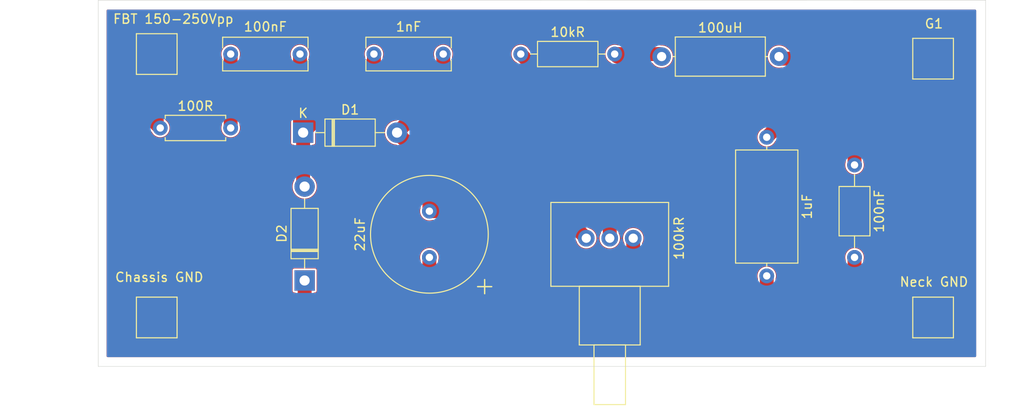
<source format=kicad_pcb>
(kicad_pcb (version 20240108) (generator "pcbnew") (generator_version "8.0")
  (layers (0 "F.Cu" signal) (31 "B.Cu" signal) (34 "B.Paste" user) (35 "F.Paste" user) (36 "B.SilkS" user "B.Silkscreen") (37 "F.SilkS" user "F.Silkscreen") (38 "B.Mask" user) (39 "F.Mask" user) (44 "Edge.Cuts" user))
  (net 0 "")
  (net 1 "def")
  (net 2 "GND")
  (footprint "Diode_THT:D_DO-41_SOD81_P10.16mm_Horizontal" (layer "F.Cu") (at 36.048 44.26 90)
    (property "Reference" "D2" (at 5.08 -2.47 90) (layer "F.SilkS"))
    (property "Value" "D_DO-41_SOD81_P10.16mm_Horizontal")
    (fp_line (start 7.8 -1.47) (end 2.36 -1.47) (stroke (width 0.12)) (layer "F.SilkS"))
    (fp_line (start 3.38 -1.47) (end 3.38 1.47) (stroke (width 0.12)) (layer "F.SilkS"))
    (fp_line (start 3.26 -1.47) (end 3.26 1.47) (stroke (width 0.12)) (layer "F.SilkS"))
    (fp_line (start 3.14 -1.47) (end 3.14 1.47) (stroke (width 0.12)) (layer "F.SilkS"))
    (fp_line (start 2.36 -1.47) (end 2.36 1.47) (stroke (width 0.12)) (layer "F.SilkS"))
    (fp_line (start 8.82 0) (end 7.8 0) (stroke (width 0.12)) (layer "F.SilkS"))
    (fp_line (start 1.34 0) (end 2.36 0) (stroke (width 0.12)) (layer "F.SilkS"))
    (fp_line (start 7.8 1.47) (end 7.8 -1.47) (stroke (width 0.12)) (layer "F.SilkS"))
    (fp_line (start 2.36 1.47) (end 7.8 1.47) (stroke (width 0.12)) (layer "F.SilkS"))
    (pad "1" thru_hole rect (at 0 0 90) (size 2.2 2.2) (drill 1.1) (layers "*.Cu" "*.Mask") (net 1 "def"))
    (pad "2" thru_hole oval (at 10.16 0 90) (size 2.2 2.2) (drill 1.1) (layers "*.Cu" "*.Mask") (net 1 "def"))
  )
  (footprint "Capacitor_THT:C_Rect_L9.0mm_W3.4mm_P7.50mm_MKT" (layer "F.Cu") (at 43.548 19.76)
    (property "Reference" "1nF" (at 3.75 -2.95 0) (layer "F.SilkS"))
    (property "Value" "C_Rect_L9.0mm_W3.4mm_P7.50mm_MKT")
    (fp_line (start -0.87 -1.82) (end -0.87 -0.665) (stroke (width 0.12)) (layer "F.SilkS"))
    (fp_line (start -0.87 -1.82) (end 8.37 -1.82) (stroke (width 0.12)) (layer "F.SilkS"))
    (fp_line (start -0.87 0.665) (end -0.87 1.82) (stroke (width 0.12)) (layer "F.SilkS"))
    (fp_line (start -0.87 1.82) (end 8.37 1.82) (stroke (width 0.12)) (layer "F.SilkS"))
    (fp_line (start 8.37 -1.82) (end 8.37 -0.665) (stroke (width 0.12)) (layer "F.SilkS"))
    (fp_line (start 8.37 0.665) (end 8.37 1.82) (stroke (width 0.12)) (layer "F.SilkS"))
    (pad "1" thru_hole circle (at 0 0) (size 1.6 1.6) (drill 0.8) (layers "*.Cu" "*.Mask") (net 1 "def"))
    (pad "2" thru_hole circle (at 7.5 0) (size 1.6 1.6) (drill 0.8) (layers "*.Cu" "*.Mask") (net 1 "def"))
  )
  (footprint "TestPoint:TestPoint_Pad_4.0x4.0mm" (layer "F.Cu") (at 104.048 20.26)
    (property "Reference" "G1" (at 0.092 -3.784 0) (layer "F.SilkS"))
    (property "Value" "TestPoint_Pad_4.0x4.0mm")
    (fp_line (start -2.2 -2.2) (end 2.2 -2.2) (stroke (width 0.12)) (layer "F.SilkS"))
    (fp_line (start -2.2 2.2) (end -2.2 -2.2) (stroke (width 0.12)) (layer "F.SilkS"))
    (fp_line (start 2.2 -2.2) (end 2.2 2.2) (stroke (width 0.12)) (layer "F.SilkS"))
    (fp_line (start 2.2 2.2) (end -2.2 2.2) (stroke (width 0.12)) (layer "F.SilkS"))
    (pad "1" smd rect (at 0 0) (size 4 4) (layers "F.Cu" "F.Mask") (net 1 "def"))
  )
  (footprint "TestPoint:TestPoint_Pad_4.0x4.0mm" (layer "F.Cu") (at 104.048 48.26)
    (property "Reference" "Neck GND" (at 0.092 -3.844 0) (layer "F.SilkS"))
    (property "Value" "TestPoint_Pad_4.0x4.0mm")
    (fp_line (start -2.2 -2.2) (end 2.2 -2.2) (stroke (width 0.12)) (layer "F.SilkS"))
    (fp_line (start -2.2 2.2) (end -2.2 -2.2) (stroke (width 0.12)) (layer "F.SilkS"))
    (fp_line (start 2.2 -2.2) (end 2.2 2.2) (stroke (width 0.12)) (layer "F.SilkS"))
    (fp_line (start 2.2 2.2) (end -2.2 2.2) (stroke (width 0.12)) (layer "F.SilkS"))
    (pad "1" smd rect (at 0 0) (size 4 4) (layers "F.Cu" "F.Mask") (net 1 "def"))
  )
  (footprint "Inductor_THT:L_Axial_L9.5mm_D4.0mm_P12.70mm_Horizontal_Fastron_SMCC" (layer "F.Cu") (at 74.676 20.032)
    (property "Reference" "100uH" (at 6.35 -3.12 0) (layer "F.SilkS"))
    (property "Value" "L_Axial_L9.5mm_D4.0mm_P12.70mm_Horizontal_Fastron_SMCC")
    (fp_line (start 1.24 0) (end 1.48 0) (stroke (width 0.12)) (layer "F.SilkS"))
    (fp_line (start 1.48 -2.12) (end 1.48 2.12) (stroke (width 0.12)) (layer "F.SilkS"))
    (fp_line (start 1.48 2.12) (end 11.22 2.12) (stroke (width 0.12)) (layer "F.SilkS"))
    (fp_line (start 11.22 -2.12) (end 1.48 -2.12) (stroke (width 0.12)) (layer "F.SilkS"))
    (fp_line (start 11.22 2.12) (end 11.22 -2.12) (stroke (width 0.12)) (layer "F.SilkS"))
    (fp_line (start 11.46 0) (end 11.22 0) (stroke (width 0.12)) (layer "F.SilkS"))
    (pad "1" thru_hole circle (at 0 0) (size 2 2) (drill 1) (layers "*.Cu" "*.Mask") (net 1 "def"))
    (pad "2" thru_hole oval (at 12.7 0) (size 2 2) (drill 1) (layers "*.Cu" "*.Mask") (net 1 "def"))
  )
  (footprint "Diode_THT:D_DO-41_SOD81_P10.16mm_Horizontal" (layer "F.Cu") (at 35.888 28.26)
    (property "Reference" "D1" (at 5.08 -2.47 0) (layer "F.SilkS"))
    (property "Value" "D_DO-41_SOD81_P10.16mm_Horizontal")
    (fp_line (start 1.34 0) (end 2.36 0) (stroke (width 0.12)) (layer "F.SilkS"))
    (fp_line (start 2.36 -1.47) (end 2.36 1.47) (stroke (width 0.12)) (layer "F.SilkS"))
    (fp_line (start 2.36 1.47) (end 7.8 1.47) (stroke (width 0.12)) (layer "F.SilkS"))
    (fp_line (start 3.14 -1.47) (end 3.14 1.47) (stroke (width 0.12)) (layer "F.SilkS"))
    (fp_line (start 3.26 -1.47) (end 3.26 1.47) (stroke (width 0.12)) (layer "F.SilkS"))
    (fp_line (start 3.38 -1.47) (end 3.38 1.47) (stroke (width 0.12)) (layer "F.SilkS"))
    (fp_line (start 7.8 -1.47) (end 2.36 -1.47) (stroke (width 0.12)) (layer "F.SilkS"))
    (fp_line (start 7.8 1.47) (end 7.8 -1.47) (stroke (width 0.12)) (layer "F.SilkS"))
    (fp_line (start 8.82 0) (end 7.8 0) (stroke (width 0.12)) (layer "F.SilkS"))
    (fp_text user "K" (at 0 -2.1 0) (layer "F.SilkS"))
    (pad "1" thru_hole rect (at 0 0) (size 2.2 2.2) (drill 1.1) (layers "*.Cu" "*.Mask") (net 1 "def"))
    (pad "2" thru_hole oval (at 10.16 0) (size 2.2 2.2) (drill 1.1) (layers "*.Cu" "*.Mask") (net 1 "def"))
  )
  (footprint "Potentiometer_THT:Potentiometer_Vishay_148-149_Single_Horizontal" (layer "F.Cu") (at 66.523 39.685 -90)
    (property "Reference" "100kR" (at 0 -10.04 90) (layer "F.SilkS"))
    (property "Value" "Potentiometer_Vishay_148-149_Single_Horizontal")
    (fp_line (start -3.87 3.83) (end 5.2 3.83) (stroke (width 0.12)) (layer "F.SilkS"))
    (fp_line (start 5.2 0.755) (end 11.55 0.755) (stroke (width 0.12)) (layer "F.SilkS"))
    (fp_line (start 11.55 -0.835) (end 18 -0.835) (stroke (width 0.12)) (layer "F.SilkS"))
    (fp_line (start 11.55 -4.244) (end 11.55 -0.835) (stroke (width 0.12)) (layer "F.SilkS"))
    (fp_line (start 11.55 -4.244) (end 18 -4.244) (stroke (width 0.12)) (layer "F.SilkS"))
    (fp_line (start 18 -4.244) (end 18 -0.835) (stroke (width 0.12)) (layer "F.SilkS"))
    (fp_line (start 5.2 -5.835) (end 5.2 0.755) (stroke (width 0.12)) (layer "F.SilkS"))
    (fp_line (start 5.2 -5.835) (end 11.55 -5.835) (stroke (width 0.12)) (layer "F.SilkS"))
    (fp_line (start 11.55 -5.835) (end 11.55 0.755) (stroke (width 0.12)) (layer "F.SilkS"))
    (fp_line (start -3.87 -8.91) (end -3.87 3.83) (stroke (width 0.12)) (layer "F.SilkS"))
    (fp_line (start -3.87 -8.91) (end 5.2 -8.91) (stroke (width 0.12)) (layer "F.SilkS"))
    (fp_line (start 5.2 -8.91) (end 5.2 3.83) (stroke (width 0.12)) (layer "F.SilkS"))
    (pad "1" thru_hole circle (at 0 0 270) (size 1.8 1.8) (drill 1) (layers "*.Cu" "*.Mask") (net 1 "def"))
    (pad "2" thru_hole circle (at 0 -2.54 270) (size 1.8 1.8) (drill 1) (layers "*.Cu" "*.Mask") (net 1 "def"))
    (pad "3" thru_hole circle (at 0 -5.08 270) (size 1.8 1.8) (drill 1) (layers "*.Cu" "*.Mask") (net 1 "def"))
  )
  (footprint "Resistor_THT:R_Axial_DIN0207_L6.3mm_D2.5mm_P10.16mm_Horizontal" (layer "F.Cu") (at 59.436 19.76)
    (property "Reference" "10kR" (at 5.08 -2.37 0) (layer "F.SilkS"))
    (property "Value" "R_Axial_DIN0207_L6.3mm_D2.5mm_P10.16mm_Horizontal")
    (fp_line (start 1.04 0) (end 1.81 0) (stroke (width 0.12)) (layer "F.SilkS"))
    (fp_line (start 1.81 -1.37) (end 1.81 1.37) (stroke (width 0.12)) (layer "F.SilkS"))
    (fp_line (start 1.81 1.37) (end 8.35 1.37) (stroke (width 0.12)) (layer "F.SilkS"))
    (fp_line (start 8.35 -1.37) (end 1.81 -1.37) (stroke (width 0.12)) (layer "F.SilkS"))
    (fp_line (start 8.35 1.37) (end 8.35 -1.37) (stroke (width 0.12)) (layer "F.SilkS"))
    (fp_line (start 9.12 0) (end 8.35 0) (stroke (width 0.12)) (layer "F.SilkS"))
    (pad "1" thru_hole circle (at 0 0) (size 1.6 1.6) (drill 0.8) (layers "*.Cu" "*.Mask") (net 1 "def"))
    (pad "2" thru_hole oval (at 10.16 0) (size 1.6 1.6) (drill 0.8) (layers "*.Cu" "*.Mask") (net 1 "def"))
  )
  (footprint "Resistor_THT:R_Axial_DIN0207_L6.3mm_D2.5mm_P7.62mm_Horizontal" (layer "F.Cu") (at 20.428 27.76)
    (property "Reference" "100R" (at 3.81 -2.37 0) (layer "F.SilkS"))
    (property "Value" "R_Axial_DIN0207_L6.3mm_D2.5mm_P7.62mm_Horizontal")
    (fp_line (start 0.54 -1.37) (end 7.08 -1.37) (stroke (width 0.12)) (layer "F.SilkS"))
    (fp_line (start 0.54 -1.04) (end 0.54 -1.37) (stroke (width 0.12)) (layer "F.SilkS"))
    (fp_line (start 0.54 1.04) (end 0.54 1.37) (stroke (width 0.12)) (layer "F.SilkS"))
    (fp_line (start 0.54 1.37) (end 7.08 1.37) (stroke (width 0.12)) (layer "F.SilkS"))
    (fp_line (start 7.08 -1.37) (end 7.08 -1.04) (stroke (width 0.12)) (layer "F.SilkS"))
    (fp_line (start 7.08 1.37) (end 7.08 1.04) (stroke (width 0.12)) (layer "F.SilkS"))
    (pad "1" thru_hole circle (at 0 0) (size 1.6 1.6) (drill 0.8) (layers "*.Cu" "*.Mask"))
    (pad "2" thru_hole oval (at 7.62 0) (size 1.6 1.6) (drill 0.8) (layers "*.Cu" "*.Mask"))
  )
  (footprint "TestPoint:TestPoint_Pad_4.0x4.0mm" (layer "F.Cu") (at 20.048 19.76)
    (property "Reference" "FBT 150-250Vpp" (at 1.796 -3.792 0) (layer "F.SilkS"))
    (property "Value" "TestPoint_Pad_4.0x4.0mm")
    (fp_line (start -2.2 -2.2) (end 2.2 -2.2) (stroke (width 0.12)) (layer "F.SilkS"))
    (fp_line (start -2.2 2.2) (end -2.2 -2.2) (stroke (width 0.12)) (layer "F.SilkS"))
    (fp_line (start 2.2 -2.2) (end 2.2 2.2) (stroke (width 0.12)) (layer "F.SilkS"))
    (fp_line (start 2.2 2.2) (end -2.2 2.2) (stroke (width 0.12)) (layer "F.SilkS"))
    (pad "1" smd rect (at 0 0) (size 4 4) (layers "F.Cu" "F.Mask"))
  )
  (footprint "Capacitor_THT:C_Axial_L12.0mm_D6.5mm_P15.00mm_Horizontal" (layer "F.Cu") (at 86.048 28.76 -90)
    (property "Reference" "1uF" (at 7.5 -4.37 90) (layer "F.SilkS"))
    (property "Value" "C_Axial_L12.0mm_D6.5mm_P15.00mm_Horizontal")
    (fp_line (start 1.38 3.37) (end 13.62 3.37) (stroke (width 0.12)) (layer "F.SilkS"))
    (fp_line (start 13.62 3.37) (end 13.62 -3.37) (stroke (width 0.12)) (layer "F.SilkS"))
    (fp_line (start 1.04 0) (end 1.38 0) (stroke (width 0.12)) (layer "F.SilkS"))
    (fp_line (start 13.96 0) (end 13.62 0) (stroke (width 0.12)) (layer "F.SilkS"))
    (fp_line (start 1.38 -3.37) (end 1.38 3.37) (stroke (width 0.12)) (layer "F.SilkS"))
    (fp_line (start 13.62 -3.37) (end 1.38 -3.37) (stroke (width 0.12)) (layer "F.SilkS"))
    (pad "1" thru_hole circle (at 0 0 270) (size 1.6 1.6) (drill 0.8) (layers "*.Cu" "*.Mask") (net 1 "def"))
    (pad "2" thru_hole oval (at 15 0 270) (size 1.6 1.6) (drill 0.8) (layers "*.Cu" "*.Mask") (net 1 "def"))
  )
  (footprint "Capacitor_THT:C_Axial_L5.1mm_D3.1mm_P10.00mm_Horizontal" (layer "F.Cu") (at 95.548 31.76 -90)
    (property "Reference" "100nF" (at 5 -2.67 90) (layer "F.SilkS"))
    (property "Value" "C_Axial_L5.1mm_D3.1mm_P10.00mm_Horizontal")
    (fp_line (start 2.33 1.67) (end 7.67 1.67) (stroke (width 0.12)) (layer "F.SilkS"))
    (fp_line (start 7.67 1.67) (end 7.67 -1.67) (stroke (width 0.12)) (layer "F.SilkS"))
    (fp_line (start 1.04 0) (end 2.33 0) (stroke (width 0.12)) (layer "F.SilkS"))
    (fp_line (start 8.96 0) (end 7.67 0) (stroke (width 0.12)) (layer "F.SilkS"))
    (fp_line (start 2.33 -1.67) (end 2.33 1.67) (stroke (width 0.12)) (layer "F.SilkS"))
    (fp_line (start 7.67 -1.67) (end 2.33 -1.67) (stroke (width 0.12)) (layer "F.SilkS"))
    (pad "1" thru_hole circle (at 0 0 270) (size 1.6 1.6) (drill 0.8) (layers "*.Cu" "*.Mask") (net 1 "def"))
    (pad "2" thru_hole oval (at 10 0 270) (size 1.6 1.6) (drill 0.8) (layers "*.Cu" "*.Mask") (net 1 "def"))
  )
  (footprint "Capacitor_THT:C_Radial_D12.5mm_H20.0mm_P5.00mm" (layer "F.Cu") (at 49.548 41.76 90)
    (property "Reference" "22uF" (at 2.5 -7.5 90) (layer "F.SilkS"))
    (property "Value" "C_Radial_D12.5mm_H20.0mm_P5.00mm")
    (fp_circle (center 2.5 0) (end 8.87 0) (stroke (width 0.12)) (fill none) (layer "F.SilkS"))
    (pad "1" thru_hole circle (at 0 0 90) (size 1.6 1.6) (drill 0.8) (layers "*.Cu" "*.Mask") (net 1 "def"))
    (pad "2" thru_hole circle (at 5 0 90) (size 1.6 1.6) (drill 0.8) (layers "*.Cu" "*.Mask") (net 1 "def"))
  )
  (footprint "TestPoint:TestPoint_Pad_4.0x4.0mm" (layer "F.Cu") (at 20.048 48.26)
    (property "Reference" "Chassis GND" (at 0.272 -4.352 0) (layer "F.SilkS"))
    (property "Value" "TestPoint_Pad_4.0x4.0mm")
    (fp_line (start -2.2 -2.2) (end 2.2 -2.2) (stroke (width 0.12)) (layer "F.SilkS"))
    (fp_line (start -2.2 2.2) (end -2.2 -2.2) (stroke (width 0.12)) (layer "F.SilkS"))
    (fp_line (start 2.2 -2.2) (end 2.2 2.2) (stroke (width 0.12)) (layer "F.SilkS"))
    (fp_line (start 2.2 2.2) (end -2.2 2.2) (stroke (width 0.12)) (layer "F.SilkS"))
    (pad "1" smd rect (at 0 0) (size 4 4) (layers "F.Cu" "F.Mask") (net 1 "def"))
  )
  (footprint "Capacitor_THT:C_Rect_L9.0mm_W3.4mm_P7.50mm_MKT" (layer "F.Cu") (at 28.048 19.76)
    (property "Reference" "100nF" (at 3.75 -2.95 0) (layer "F.SilkS"))
    (property "Value" "C_Rect_L9.0mm_W3.4mm_P7.50mm_MKT")
    (fp_line (start -0.87 -1.82) (end -0.87 -0.665) (stroke (width 0.12)) (layer "F.SilkS"))
    (fp_line (start -0.87 -1.82) (end 8.37 -1.82) (stroke (width 0.12)) (layer "F.SilkS"))
    (fp_line (start -0.87 0.665) (end -0.87 1.82) (stroke (width 0.12)) (layer "F.SilkS"))
    (fp_line (start -0.87 1.82) (end 8.37 1.82) (stroke (width 0.12)) (layer "F.SilkS"))
    (fp_line (start 8.37 -1.82) (end 8.37 -0.665) (stroke (width 0.12)) (layer "F.SilkS"))
    (fp_line (start 8.37 0.665) (end 8.37 1.82) (stroke (width 0.12)) (layer "F.SilkS"))
    (pad "1" thru_hole circle (at 0 0) (size 1.6 1.6) (drill 0.8) (layers "*.Cu" "*.Mask"))
    (pad "2" thru_hole circle (at 7.5 0) (size 1.6 1.6) (drill 0.8) (layers "*.Cu" "*.Mask") (net 1 "def"))
  )
  (gr_line (start 109.728 53.56) (end 13.716 53.56) (stroke (width 0.05)) (layer "Edge.Cuts"))
  (gr_line (start 13.716 13.948) (end 13.716 53.56) (stroke (width 0.05)) (layer "Edge.Cuts"))
  (gr_line (start 109.728 13.936) (end 109.728 53.56) (stroke (width 0.05)) (layer "Edge.Cuts"))
  (gr_line (start 13.716 13.948) (end 109.728 13.936) (stroke (width 0.05)) (layer "Edge.Cuts"))
  (gr_text "+" (at 55.372 44.924 90) (layer "F.SilkS") (effects (font (size 2 2))))
  (segment (start 69.868 20.032) (end 69.596 19.76) (width 1.5) (layer "F.Cu") (net 1))
  (segment (start 72.136 48.26) (end 49.784 48.26) (width 1.5) (layer "F.Cu") (net 1))
  (segment (start 49.548 36.76) (end 49.548 31.76) (width 1.5) (layer "F.Cu") (net 1))
  (segment (start 49.548 36.76) (end 63.598 36.76) (width 1.5) (layer "F.Cu") (net 1))
  (segment (start 95.548 41.76) (end 95.548 48.216) (width 1.5) (layer "F.Cu") (net 1))
  (segment (start 95.548 23.78) (end 98.552 20.776) (width 1.5) (layer "F.Cu") (net 1))
  (segment (start 71.603 47.727) (end 72.136 48.26) (width 1.5) (layer "F.Cu") (net 1))
  (segment (start 36.068 48.26) (end 20.048 48.26) (width 1.5) (layer "F.Cu") (net 1))
  (segment (start 20.048 19.76) (end 20.048 27.38) (width 1.5) (layer "F.Cu") (net 1))
  (segment (start 103.548 19.76) (end 104.048 20.26) (width 1.5) (layer "F.Cu") (net 1))
  (segment (start 74.404 19.76) (end 74.676 20.032) (width 1.5) (layer "F.Cu") (net 1))
  (segment (start 36.048 44.26) (end 36.048 48.24) (width 1.5) (layer "F.Cu") (net 1))
  (segment (start 86.048 47.948) (end 86.36 48.26) (width 1.5) (layer "F.Cu") (net 1))
  (segment (start 35.548 27.92) (end 35.888 28.26) (width 1.5) (layer "F.Cu") (net 1))
  (segment (start 69.063 29.387) (end 59.436 19.76) (width 1.5) (layer "F.Cu") (net 1))
  (segment (start 87.604 20.26) (end 104.048 20.26) (width 1.5) (layer "F.Cu") (net 1))
  (segment (start 51.048 19.76) (end 51.048 23.26) (width 1.5) (layer "F.Cu") (net 1))
  (segment (start 63.598 36.76) (end 66.523 39.685) (width 1.5) (layer "F.Cu") (net 1))
  (segment (start 86.36 48.26) (end 72.136 48.26) (width 1.5) (layer "F.Cu") (net 1))
  (segment (start 35.888 28.26) (end 35.888 33.94) (width 1.5) (layer "F.Cu") (net 1))
  (segment (start 95.548 48.216) (end 95.504 48.26) (width 1.5) (layer "F.Cu") (net 1))
  (segment (start 49.548 31.76) (end 46.048 28.26) (width 1.5) (layer "F.Cu") (net 1))
  (segment (start 43.548 20.6) (end 35.888 28.26) (width 1.5) (layer "F.Cu") (net 1))
  (segment (start 104.048 48.26) (end 95.504 48.26) (width 1.5) (layer "F.Cu") (net 1))
  (segment (start 36.048 48.24) (end 36.068 48.26) (width 1.5) (layer "F.Cu") (net 1))
  (segment (start 69.063 39.685) (end 69.063 29.387) (width 1.5) (layer "F.Cu") (net 1))
  (segment (start 35.888 33.94) (end 36.048 34.1) (width 1.5) (layer "F.Cu") (net 1))
  (segment (start 86.048 43.76) (end 86.048 47.948) (width 1.5) (layer "F.Cu") (net 1))
  (segment (start 51.048 23.26) (end 46.048 28.26) (width 1.5) (layer "F.Cu") (net 1))
  (segment (start 103.312 19.524) (end 104.048 20.26) (width 1.5) (layer "F.Cu") (net 1))
  (segment (start 35.548 19.76) (end 35.548 27.92) (width 1.5) (layer "F.Cu") (net 1))
  (segment (start 95.504 48.26) (end 86.36 48.26) (width 1.5) (layer "F.Cu") (net 1))
  (segment (start 43.548 19.76) (end 43.548 20.6) (width 1.5) (layer "F.Cu") (net 1))
  (segment (start 71.603 39.685) (end 71.603 47.727) (width 1.5) (layer "F.Cu") (net 1))
  (segment (start 87.376 20.032) (end 87.604 20.26) (width 1.5) (layer "F.Cu") (net 1))
  (segment (start 49.784 48.26) (end 36.068 48.26) (width 1.5) (layer "F.Cu") (net 1))
  (segment (start 69.596 19.76) (end 74.404 19.76) (width 1.5) (layer "F.Cu") (net 1))
  (segment (start 49.548 48.024) (end 49.784 48.26) (width 1.5) (layer "F.Cu") (net 1))
  (segment (start 49.548 41.76) (end 49.548 48.024) (width 1.5) (layer "F.Cu") (net 1))
  (segment (start 98.552 20.776) (end 98.552 20.26) (width 1.5) (layer "F.Cu") (net 1))
  (segment (start 94.488 20.32) (end 94.488 20.26) (width 1.5) (layer "F.Cu") (net 1))
  (segment (start 86.048 28.76) (end 94.488 20.32) (width 1.5) (layer "F.Cu") (net 1))
  (segment (start 95.548 31.76) (end 95.548 23.78) (width 1.5) (layer "F.Cu") (net 1))
  (segment (start 28.048 27.76) (end 28.048 19.76) (width 1.5) (layer "F.Cu") (net 1))
  (segment (start 20.048 27.38) (end 20.428 27.76) (width 1.5) (layer "F.Cu") (net 1))
  (zone (net 2) (net_name "GND") (layer "F.Cu") (connect_pads (clearance 0.2)) (min_thickness 0.2) (fill yes (thermal_gap 0.508) (thermal_bridge_width 0.508) (smoothing fillet))
    (polygon (pts (xy 14.624 14.952) (xy 108.7 14.952) (xy 108.7 52.548) (xy 14.624 52.548)))
  )
  (zone (net 2) (net_name "GND") (layer "B.Cu") (connect_pads (clearance 0.25)) (min_thickness 0.254) (fill yes (thermal_gap 0.508) (thermal_bridge_width 0.508) (smoothing fillet))
    (polygon (pts (xy 14.636 14.952) (xy 108.712 14.952) (xy 108.712 52.548) (xy 14.636 52.548)))
  )
)
</source>
